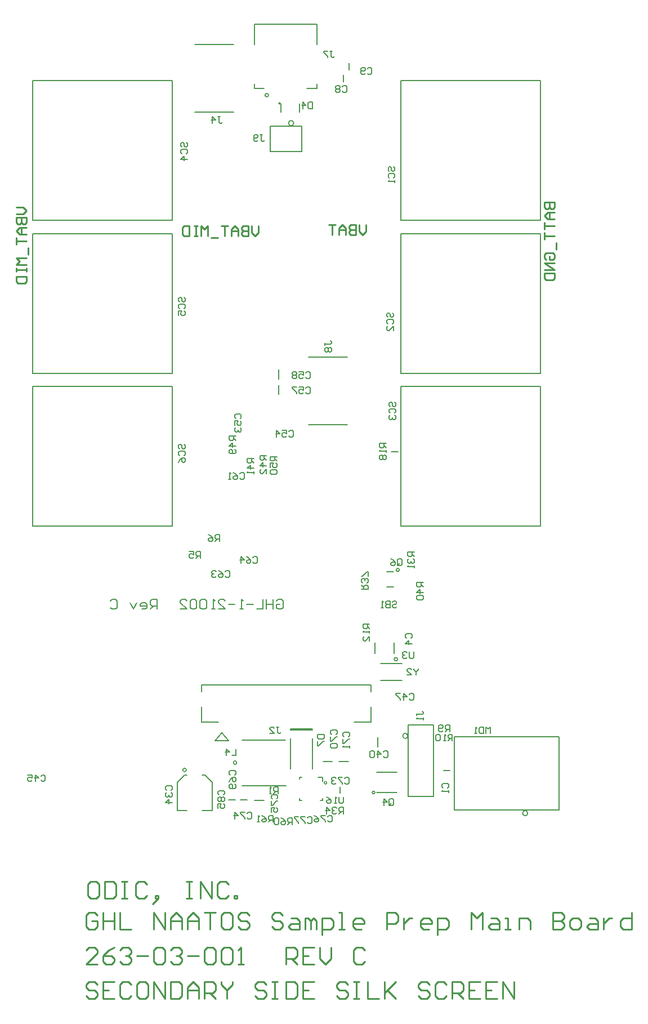
<source format=gbo>
G04*
G04 #@! TF.GenerationSoftware,Altium Limited,Altium Designer,24.9.1 (31)*
G04*
G04 Layer_Color=32896*
%FSLAX44Y44*%
%MOMM*%
G71*
G04*
G04 #@! TF.SameCoordinates,1259BD5C-C6F3-40BD-8840-5C3A0C5864AA*
G04*
G04*
G04 #@! TF.FilePolarity,Positive*
G04*
G01*
G75*
%ADD10C,0.2030*%
%ADD12C,0.2032*%
%ADD13C,0.1524*%
%ADD14C,0.2000*%
%ADD15C,0.1270*%
%ADD16C,0.1500*%
%ADD17C,0.2540*%
D10*
X427464Y38700D02*
X459464D01*
X427464Y12700D02*
X459464D01*
D12*
X667995Y704536D02*
Y914536D01*
X457995D02*
X667995D01*
X457995Y704536D02*
Y914536D01*
Y704536D02*
X667995D01*
X113995Y474536D02*
Y684536D01*
X-96005D02*
X113995D01*
X-96005Y474536D02*
Y684536D01*
Y474536D02*
X113995D01*
X147790Y968800D02*
X206210D01*
X147790Y867200D02*
X206210D01*
X325461Y-119665D02*
Y-73945D01*
X292440Y-59975D02*
X325461D01*
X292440Y-61245D02*
Y-59975D01*
Y-61245D02*
X325461D01*
X292440Y-119665D02*
Y-73945D01*
X318790Y498800D02*
X377210D01*
X318790Y397200D02*
X377210D01*
X-96005Y704536D02*
X113995D01*
X-96005D02*
Y914536D01*
X113995D01*
Y704536D02*
Y914536D01*
X457995Y244536D02*
X667995D01*
X457995D02*
Y454536D01*
X667995D01*
Y244536D02*
Y454536D01*
X-96005Y244536D02*
X113995D01*
X-96005D02*
Y454536D01*
X113995D01*
Y244536D02*
Y454536D01*
X457995Y474536D02*
X667995D01*
X457995D02*
Y684536D01*
X667995D01*
Y474536D02*
Y684536D01*
D13*
X455970Y178970D02*
G03*
X455970Y178970I-2540J0D01*
G01*
X135300Y-121710D02*
G03*
X135300Y-121710I-2540J0D01*
G01*
X276755Y880036D02*
G03*
X276755Y880036I-1270J0D01*
G01*
X468460Y-70500D02*
G03*
X468460Y-70500I-3810J0D01*
G01*
X211311Y-110805D02*
G03*
X211311Y-110805I-2540J0D01*
G01*
X648750Y-186690D02*
G03*
X648750Y-186690I-3810J0D01*
G01*
X296810Y850550D02*
G03*
X296810Y850550I-3810J0D01*
G01*
X419005Y-155536D02*
G03*
X419005Y-155536I-2000J0D01*
G01*
X437154Y176303D02*
X446846D01*
X437154Y153697D02*
X446846D01*
X132500Y-129500D02*
X136500D01*
X121500Y-140500D02*
X132500Y-129500D01*
X121500Y-182500D02*
Y-140500D01*
Y-182500D02*
X136500D01*
X159500Y-129500D02*
X163500D01*
X174500Y-140500D01*
Y-182500D02*
Y-140500D01*
X159500Y-182500D02*
X174500D01*
X469430Y-54279D02*
X507022D01*
X469430Y-161721D02*
Y-54279D01*
Y-161721D02*
X507022D01*
Y-54279D01*
X413245Y-49484D02*
Y-26669D01*
X158246Y-4268D02*
Y6516D01*
Y-49484D02*
X183545D01*
X387946D02*
X413245D01*
Y-4268D02*
Y6516D01*
X158246D02*
X413245D01*
X158246Y-49484D02*
Y-26669D01*
X178566Y-77964D02*
X188726Y-66026D01*
X198886Y-77964D01*
X178566D02*
X198886D01*
X219438Y-145095D02*
X284970D01*
X218930Y-76515D02*
X284463D01*
X538133Y-181864D02*
X695867D01*
Y-72136D01*
X538133D02*
X695867D01*
X538133Y-181864D02*
Y-72136D01*
X447688Y53879D02*
Y69612D01*
X419240Y53879D02*
Y69612D01*
X309221Y808178D02*
Y845770D01*
X261500D02*
X309221D01*
X261500Y808178D02*
Y845770D01*
Y808178D02*
X309221D01*
X422005Y-155536D02*
X452005D01*
X422005Y-125536D02*
X452005D01*
D14*
X258855Y892656D02*
G03*
X258855Y892656I-2540J0D01*
G01*
X271003Y132496D02*
X273502Y134995D01*
X278501D01*
X281000Y132496D01*
Y122499D01*
X278501Y120000D01*
X273502D01*
X271003Y122499D01*
Y127498D01*
X276002D01*
X266005Y134995D02*
Y120000D01*
Y127498D01*
X256008D01*
Y134995D01*
Y120000D01*
X251010Y134995D02*
Y120000D01*
X241013D01*
X236015Y127498D02*
X226018D01*
X221019Y120000D02*
X216021D01*
X218520D01*
Y134995D01*
X221019Y132496D01*
X208524Y127498D02*
X198527D01*
X183532Y120000D02*
X193528D01*
X183532Y129997D01*
Y132496D01*
X186031Y134995D01*
X191029D01*
X193528Y132496D01*
X178533Y120000D02*
X173535D01*
X176034D01*
Y134995D01*
X178533Y132496D01*
X166037D02*
X163538Y134995D01*
X158540D01*
X156040Y132496D01*
Y122499D01*
X158540Y120000D01*
X163538D01*
X166037Y122499D01*
Y132496D01*
X151042D02*
X148543Y134995D01*
X143545D01*
X141045Y132496D01*
Y122499D01*
X143545Y120000D01*
X148543D01*
X151042Y122499D01*
Y132496D01*
X126050Y120000D02*
X136047D01*
X126050Y129997D01*
Y132496D01*
X128549Y134995D01*
X133548D01*
X136047Y132496D01*
X91061Y120000D02*
Y134995D01*
X83564D01*
X81065Y132496D01*
Y127498D01*
X83564Y124998D01*
X91061D01*
X86063D02*
X81065Y120000D01*
X68569D02*
X73567D01*
X76066Y122499D01*
Y127498D01*
X73567Y129997D01*
X68569D01*
X66070Y127498D01*
Y124998D01*
X76066D01*
X61071Y129997D02*
X56073Y120000D01*
X51074Y129997D01*
X21084Y132496D02*
X23583Y134995D01*
X28582D01*
X31081Y132496D01*
Y122499D01*
X28582Y120000D01*
X23583D01*
X21084Y122499D01*
D15*
X444000Y357000D02*
X454000D01*
X522000Y-123000D02*
X532000D01*
X423000Y-87000D02*
Y-73000D01*
X274225Y442950D02*
Y456950D01*
Y465950D02*
Y479950D01*
X216950Y-166805D02*
X226950D01*
X340951Y-108805D02*
X354950D01*
X364950D02*
X378951D01*
X366950Y-156805D02*
Y-146805D01*
X237950Y-167805D02*
X251950D01*
X237745Y902436D02*
Y909736D01*
Y998936D02*
X331645D01*
Y969136D02*
Y998936D01*
X237745Y902436D02*
X252495D01*
X237745Y969136D02*
Y998936D01*
X316895Y902436D02*
X331645D01*
Y909736D01*
X379995Y930536D02*
Y940536D01*
X371308Y913223D02*
Y923223D01*
X199000Y-167000D02*
X209000D01*
D16*
X453004Y44700D02*
G03*
X453004Y44700I-2540J0D01*
G01*
X346539Y-140915D02*
G03*
X346539Y-140915I-1998J0D01*
G01*
X305965Y867336D02*
Y880036D01*
X278025Y867336D02*
Y880036D01*
X340201Y-138805D02*
Y-132555D01*
X333951D02*
X340201D01*
X305700D02*
X308701D01*
X305700Y-135555D02*
Y-132555D01*
Y-167055D02*
Y-164055D01*
Y-167055D02*
X308701D01*
X340201D02*
Y-164055D01*
X337201Y-167055D02*
X340201D01*
X444998Y130332D02*
X446665Y131998D01*
X449997D01*
X451663Y130332D01*
Y128666D01*
X449997Y127000D01*
X446665D01*
X444998Y125334D01*
Y123668D01*
X446665Y122002D01*
X449997D01*
X451663Y123668D01*
X441666Y131998D02*
Y122002D01*
X436668D01*
X435002Y123668D01*
Y125334D01*
X436668Y127000D01*
X441666D01*
X436668D01*
X435002Y128666D01*
Y130332D01*
X436668Y131998D01*
X441666D01*
X431669Y122002D02*
X428337D01*
X430003D01*
Y131998D01*
X431669Y130332D01*
X452666Y187668D02*
Y194332D01*
X454332Y195998D01*
X457664D01*
X459331Y194332D01*
Y187668D01*
X457664Y186002D01*
X454332D01*
X455998Y189334D02*
X452666Y186002D01*
X454332D02*
X452666Y187668D01*
X442669Y195998D02*
X446002Y194332D01*
X449334Y191000D01*
Y187668D01*
X447668Y186002D01*
X444336D01*
X442669Y187668D01*
Y189334D01*
X444336Y191000D01*
X449334D01*
X184668Y-159335D02*
X183002Y-157669D01*
Y-154337D01*
X184668Y-152671D01*
X191332D01*
X192998Y-154337D01*
Y-157669D01*
X191332Y-159335D01*
X184668Y-162668D02*
X183002Y-164334D01*
Y-167666D01*
X184668Y-169332D01*
X186334D01*
X188000Y-167666D01*
X189666Y-169332D01*
X191332D01*
X192998Y-167666D01*
Y-164334D01*
X191332Y-162668D01*
X189666D01*
X188000Y-164334D01*
X186334Y-162668D01*
X184668D01*
X188000Y-164334D02*
Y-167666D01*
X183002Y-179329D02*
Y-172665D01*
X188000D01*
X186334Y-175997D01*
Y-177663D01*
X188000Y-179329D01*
X191332D01*
X192998Y-177663D01*
Y-174331D01*
X191332Y-172665D01*
X125668Y360664D02*
X124002Y362331D01*
Y365663D01*
X125668Y367329D01*
X127334D01*
X129000Y365663D01*
Y362331D01*
X130666Y360664D01*
X132332D01*
X133998Y362331D01*
Y365663D01*
X132332Y367329D01*
X125668Y350668D02*
X124002Y352334D01*
Y355666D01*
X125668Y357332D01*
X132332D01*
X133998Y355666D01*
Y352334D01*
X132332Y350668D01*
X124002Y340671D02*
X125668Y344003D01*
X129000Y347336D01*
X132332D01*
X133998Y345669D01*
Y342337D01*
X132332Y340671D01*
X130666D01*
X129000Y342337D01*
Y347336D01*
X125668Y581665D02*
X124002Y583331D01*
Y586663D01*
X125668Y588329D01*
X127334D01*
X129000Y586663D01*
Y583331D01*
X130666Y581665D01*
X132332D01*
X133998Y583331D01*
Y586663D01*
X132332Y588329D01*
X125668Y571668D02*
X124002Y573334D01*
Y576666D01*
X125668Y578332D01*
X132332D01*
X133998Y576666D01*
Y573334D01*
X132332Y571668D01*
X124002Y561671D02*
Y568335D01*
X129000D01*
X127334Y565003D01*
Y563337D01*
X129000Y561671D01*
X132332D01*
X133998Y563337D01*
Y566669D01*
X132332Y568335D01*
X128668Y814665D02*
X127002Y816331D01*
Y819663D01*
X128668Y821329D01*
X130334D01*
X132000Y819663D01*
Y816331D01*
X133666Y814665D01*
X135332D01*
X136998Y816331D01*
Y819663D01*
X135332Y821329D01*
X128668Y804668D02*
X127002Y806334D01*
Y809666D01*
X128668Y811332D01*
X135332D01*
X136998Y809666D01*
Y806334D01*
X135332Y804668D01*
X136998Y796337D02*
X127002D01*
X132000Y801336D01*
Y794671D01*
X441668Y424664D02*
X440002Y426331D01*
Y429663D01*
X441668Y431329D01*
X443334D01*
X445000Y429663D01*
Y426331D01*
X446666Y424664D01*
X448332D01*
X449998Y426331D01*
Y429663D01*
X448332Y431329D01*
X441668Y414668D02*
X440002Y416334D01*
Y419666D01*
X441668Y421332D01*
X448332D01*
X449998Y419666D01*
Y416334D01*
X448332Y414668D01*
X441668Y411335D02*
X440002Y409669D01*
Y406337D01*
X441668Y404671D01*
X443334D01*
X445000Y406337D01*
Y408003D01*
Y406337D01*
X446666Y404671D01*
X448332D01*
X449998Y406337D01*
Y409669D01*
X448332Y411335D01*
X438668Y558665D02*
X437002Y560331D01*
Y563663D01*
X438668Y565329D01*
X440334D01*
X442000Y563663D01*
Y560331D01*
X443666Y558665D01*
X445332D01*
X446998Y560331D01*
Y563663D01*
X445332Y565329D01*
X438668Y548668D02*
X437002Y550334D01*
Y553666D01*
X438668Y555332D01*
X445332D01*
X446998Y553666D01*
Y550334D01*
X445332Y548668D01*
X446998Y538671D02*
Y545336D01*
X440334Y538671D01*
X438668D01*
X437002Y540337D01*
Y543669D01*
X438668Y545336D01*
X440668Y777998D02*
X439002Y779665D01*
Y782997D01*
X440668Y784663D01*
X442334D01*
X444000Y782997D01*
Y779665D01*
X445666Y777998D01*
X447332D01*
X448998Y779665D01*
Y782997D01*
X447332Y784663D01*
X440668Y768002D02*
X439002Y769668D01*
Y773000D01*
X440668Y774666D01*
X447332D01*
X448998Y773000D01*
Y769668D01*
X447332Y768002D01*
X448998Y764669D02*
Y761337D01*
Y763003D01*
X439002D01*
X440668Y764669D01*
X435998Y369496D02*
X426002D01*
Y364498D01*
X427668Y362831D01*
X431000D01*
X432666Y364498D01*
Y369496D01*
Y366164D02*
X435998Y362831D01*
Y359499D02*
Y356167D01*
Y357833D01*
X426002D01*
X427668Y359499D01*
Y351169D02*
X426002Y349502D01*
Y346170D01*
X427668Y344504D01*
X429334D01*
X431000Y346170D01*
X432666Y344504D01*
X434332D01*
X435998Y346170D01*
Y349502D01*
X434332Y351169D01*
X432666D01*
X431000Y349502D01*
X429334Y351169D01*
X427668D01*
X431000Y349502D02*
Y346170D01*
X105668Y-152336D02*
X104002Y-150669D01*
Y-147337D01*
X105668Y-145671D01*
X112332D01*
X113998Y-147337D01*
Y-150669D01*
X112332Y-152336D01*
X105668Y-155668D02*
X104002Y-157334D01*
Y-160666D01*
X105668Y-162332D01*
X107334D01*
X109000Y-160666D01*
Y-159000D01*
Y-160666D01*
X110666Y-162332D01*
X112332D01*
X113998Y-160666D01*
Y-157334D01*
X112332Y-155668D01*
X113998Y-170663D02*
X104002D01*
X109000Y-165665D01*
Y-172329D01*
X369666Y905332D02*
X371332Y906998D01*
X374664D01*
X376331Y905332D01*
Y898668D01*
X374664Y897002D01*
X371332D01*
X369666Y898668D01*
X366334Y905332D02*
X364668Y906998D01*
X361335D01*
X359669Y905332D01*
Y903666D01*
X361335Y902000D01*
X359669Y900334D01*
Y898668D01*
X361335Y897002D01*
X364668D01*
X366334Y898668D01*
Y900334D01*
X364668Y902000D01*
X366334Y903666D01*
Y905332D01*
X364668Y902000D02*
X361335D01*
X407666Y932332D02*
X409332Y933998D01*
X412664D01*
X414331Y932332D01*
Y925668D01*
X412664Y924002D01*
X409332D01*
X407666Y925668D01*
X404334D02*
X402668Y924002D01*
X399336D01*
X397669Y925668D01*
Y932332D01*
X399336Y933998D01*
X402668D01*
X404334Y932332D01*
Y930666D01*
X402668Y929000D01*
X397669D01*
X246666Y832998D02*
X249998D01*
X248332D01*
Y824668D01*
X249998Y823002D01*
X251665D01*
X253331Y824668D01*
X243334D02*
X241668Y823002D01*
X238335D01*
X236669Y824668D01*
Y831332D01*
X238335Y832998D01*
X241668D01*
X243334Y831332D01*
Y829666D01*
X241668Y828000D01*
X236669D01*
X440666Y-173332D02*
Y-166668D01*
X442332Y-165002D01*
X445664D01*
X447331Y-166668D01*
Y-173332D01*
X445664Y-174998D01*
X442332D01*
X443998Y-171666D02*
X440666Y-174998D01*
X442332D02*
X440666Y-173332D01*
X432336Y-174998D02*
Y-165002D01*
X437334Y-170000D01*
X430669D01*
X265663Y-199998D02*
Y-190002D01*
X260665D01*
X258998Y-191668D01*
Y-195000D01*
X260665Y-196666D01*
X265663D01*
X262331D02*
X258998Y-199998D01*
X249002Y-190002D02*
X252334Y-191668D01*
X255666Y-195000D01*
Y-198332D01*
X254000Y-199998D01*
X250668D01*
X249002Y-198332D01*
Y-196666D01*
X250668Y-195000D01*
X255666D01*
X245669Y-199998D02*
X242337D01*
X244003D01*
Y-190002D01*
X245669Y-191668D01*
X484331Y30998D02*
Y29332D01*
X480998Y26000D01*
X477666Y29332D01*
Y30998D01*
X480998Y26000D02*
Y21002D01*
X467669D02*
X474334D01*
X467669Y27666D01*
Y29332D01*
X469336Y30998D01*
X472668D01*
X474334Y29332D01*
X371496Y-162002D02*
Y-170332D01*
X369830Y-171998D01*
X366498D01*
X364832Y-170332D01*
Y-162002D01*
X361499Y-171998D02*
X358167D01*
X359833D01*
Y-162002D01*
X361499Y-163668D01*
X346504Y-162002D02*
X349836Y-163668D01*
X353168Y-167000D01*
Y-170332D01*
X351502Y-171998D01*
X348170D01*
X346504Y-170332D01*
Y-168666D01*
X348170Y-167000D01*
X353168D01*
X477331Y55998D02*
Y47668D01*
X475664Y46002D01*
X472332D01*
X470666Y47668D01*
Y55998D01*
X467334Y54332D02*
X465668Y55998D01*
X462336D01*
X460669Y54332D01*
Y52666D01*
X462336Y51000D01*
X464002D01*
X462336D01*
X460669Y49334D01*
Y47668D01*
X462336Y46002D01*
X465668D01*
X467334Y47668D01*
X294329Y-203998D02*
Y-194002D01*
X289331D01*
X287665Y-195668D01*
Y-199000D01*
X289331Y-200666D01*
X294329D01*
X290997D02*
X287665Y-203998D01*
X277668Y-194002D02*
X281000Y-195668D01*
X284332Y-199000D01*
Y-202332D01*
X282666Y-203998D01*
X279334D01*
X277668Y-202332D01*
Y-200666D01*
X279334Y-199000D01*
X284332D01*
X274335Y-195668D02*
X272669Y-194002D01*
X269337D01*
X267671Y-195668D01*
Y-202332D01*
X269337Y-203998D01*
X272669D01*
X274335Y-202332D01*
Y-195668D01*
X271998Y349329D02*
X262002D01*
Y344331D01*
X263668Y342664D01*
X267000D01*
X268666Y344331D01*
Y349329D01*
Y345997D02*
X271998Y342664D01*
X262002Y332668D02*
Y339332D01*
X267000D01*
X265334Y336000D01*
Y334334D01*
X267000Y332668D01*
X270332D01*
X271998Y334334D01*
Y337666D01*
X270332Y339332D01*
X263668Y329335D02*
X262002Y327669D01*
Y324337D01*
X263668Y322671D01*
X270332D01*
X271998Y324337D01*
Y327669D01*
X270332Y329335D01*
X263668D01*
X209998Y380329D02*
X200002D01*
Y375331D01*
X201668Y373665D01*
X205000D01*
X206666Y375331D01*
Y380329D01*
Y376997D02*
X209998Y373665D01*
Y365334D02*
X200002D01*
X205000Y370332D01*
Y363668D01*
X208332Y360336D02*
X209998Y358669D01*
Y355337D01*
X208332Y353671D01*
X201668D01*
X200002Y355337D01*
Y358669D01*
X201668Y360336D01*
X203334D01*
X205000Y358669D01*
Y353671D01*
X255998Y350329D02*
X246002D01*
Y345331D01*
X247668Y343665D01*
X251000D01*
X252666Y345331D01*
Y350329D01*
Y346997D02*
X255998Y343665D01*
Y335334D02*
X246002D01*
X251000Y340332D01*
Y333668D01*
X255998Y323671D02*
Y330336D01*
X249334Y323671D01*
X247668D01*
X246002Y325337D01*
Y328669D01*
X247668Y330336D01*
X236998Y346663D02*
X227002D01*
Y341665D01*
X228668Y339998D01*
X232000D01*
X233666Y341665D01*
Y346663D01*
Y343331D02*
X236998Y339998D01*
Y331668D02*
X227002D01*
X232000Y336666D01*
Y330002D01*
X236998Y326669D02*
Y323337D01*
Y325003D01*
X227002D01*
X228668Y326669D01*
X491998Y160329D02*
X482002D01*
Y155331D01*
X483668Y153665D01*
X487000D01*
X488666Y155331D01*
Y160329D01*
Y156997D02*
X491998Y153665D01*
Y145334D02*
X482002D01*
X487000Y150332D01*
Y143668D01*
X483668Y140336D02*
X482002Y138669D01*
Y135337D01*
X483668Y133671D01*
X490332D01*
X491998Y135337D01*
Y138669D01*
X490332Y140336D01*
X483668D01*
X399002Y149671D02*
X408998D01*
Y154669D01*
X407332Y156335D01*
X404000D01*
X402334Y154669D01*
Y149671D01*
Y153003D02*
X399002Y156335D01*
X407332Y159668D02*
X408998Y161334D01*
Y164666D01*
X407332Y166332D01*
X405666D01*
X404000Y164666D01*
Y163000D01*
Y164666D01*
X402334Y166332D01*
X400668D01*
X399002Y164666D01*
Y161334D01*
X400668Y159668D01*
X408998Y169664D02*
Y176329D01*
X407332D01*
X400668Y169664D01*
X399002D01*
X371329Y-187998D02*
Y-178002D01*
X366331D01*
X364664Y-179668D01*
Y-183000D01*
X366331Y-184666D01*
X371329D01*
X367997D02*
X364664Y-187998D01*
X361332Y-179668D02*
X359666Y-178002D01*
X356334D01*
X354668Y-179668D01*
Y-181334D01*
X356334Y-183000D01*
X358000D01*
X356334D01*
X354668Y-184666D01*
Y-186332D01*
X356334Y-187998D01*
X359666D01*
X361332Y-186332D01*
X346337Y-187998D02*
Y-178002D01*
X351335Y-183000D01*
X344671D01*
X477998Y205663D02*
X468002D01*
Y200665D01*
X469668Y198998D01*
X473000D01*
X474666Y200665D01*
Y205663D01*
Y202331D02*
X477998Y198998D01*
X469668Y195666D02*
X468002Y194000D01*
Y190668D01*
X469668Y189002D01*
X471334D01*
X473000Y190668D01*
Y192334D01*
Y190668D01*
X474666Y189002D01*
X476332D01*
X477998Y190668D01*
Y194000D01*
X476332Y195666D01*
X477998Y185669D02*
Y182337D01*
Y184003D01*
X468002D01*
X469668Y185669D01*
X410998Y97496D02*
X401002D01*
Y92498D01*
X402668Y90831D01*
X406000D01*
X407666Y92498D01*
Y97496D01*
Y94164D02*
X410998Y90831D01*
Y87499D02*
Y84167D01*
Y85833D01*
X401002D01*
X402668Y87499D01*
X410998Y72504D02*
Y79169D01*
X404334Y72504D01*
X402668D01*
X401002Y74170D01*
Y77502D01*
X402668Y79169D01*
X535496Y-77998D02*
Y-68002D01*
X530498D01*
X528831Y-69668D01*
Y-73000D01*
X530498Y-74666D01*
X535496D01*
X532164D02*
X528831Y-77998D01*
X525499D02*
X522167D01*
X523833D01*
Y-68002D01*
X525499Y-69668D01*
X517169D02*
X515502Y-68002D01*
X512170D01*
X510504Y-69668D01*
Y-76332D01*
X512170Y-77998D01*
X515502D01*
X517169Y-76332D01*
Y-69668D01*
X531331Y-63998D02*
Y-54002D01*
X526332D01*
X524666Y-55668D01*
Y-59000D01*
X526332Y-60666D01*
X531331D01*
X527998D02*
X524666Y-63998D01*
X521334Y-62332D02*
X519668Y-63998D01*
X516335D01*
X514669Y-62332D01*
Y-55668D01*
X516335Y-54002D01*
X519668D01*
X521334Y-55668D01*
Y-57334D01*
X519668Y-59000D01*
X514669D01*
X185331Y222002D02*
Y231998D01*
X180332D01*
X178666Y230332D01*
Y227000D01*
X180332Y225334D01*
X185331D01*
X181998D02*
X178666Y222002D01*
X168669Y231998D02*
X172002Y230332D01*
X175334Y227000D01*
Y223668D01*
X173668Y222002D01*
X170336D01*
X168669Y223668D01*
Y225334D01*
X170336Y227000D01*
X175334D01*
X156331Y197002D02*
Y206998D01*
X151332D01*
X149666Y205332D01*
Y202000D01*
X151332Y200334D01*
X156331D01*
X152998D02*
X149666Y197002D01*
X139669Y206998D02*
X146334D01*
Y202000D01*
X143002Y203666D01*
X141335D01*
X139669Y202000D01*
Y198668D01*
X141335Y197002D01*
X144668D01*
X146334Y198668D01*
X273664Y-156998D02*
Y-147002D01*
X268666D01*
X267000Y-148668D01*
Y-152000D01*
X268666Y-153666D01*
X273664D01*
X270332D02*
X267000Y-156998D01*
X263668D02*
X260336D01*
X262002D01*
Y-147002D01*
X263668Y-148668D01*
X592663Y-66998D02*
Y-57002D01*
X589331Y-60334D01*
X585998Y-57002D01*
Y-66998D01*
X582666Y-57002D02*
Y-66998D01*
X577668D01*
X576002Y-65332D01*
Y-58668D01*
X577668Y-57002D01*
X582666D01*
X572669Y-66998D02*
X569337D01*
X571003D01*
Y-57002D01*
X572669Y-58668D01*
X210331Y-90002D02*
Y-99998D01*
X203666D01*
X195336D02*
Y-90002D01*
X200334Y-95000D01*
X193669D01*
X344002Y516666D02*
Y519998D01*
Y518332D01*
X352332D01*
X353998Y519998D01*
Y521665D01*
X352332Y523331D01*
X345668Y513334D02*
X344002Y511668D01*
Y508335D01*
X345668Y506669D01*
X347334D01*
X349000Y508335D01*
X350666Y506669D01*
X352332D01*
X353998Y508335D01*
Y511668D01*
X352332Y513334D01*
X350666D01*
X349000Y511668D01*
X347334Y513334D01*
X345668D01*
X349000Y511668D02*
Y508335D01*
X351666Y958998D02*
X354998D01*
X353332D01*
Y950668D01*
X354998Y949002D01*
X356665D01*
X358331Y950668D01*
X348334Y958998D02*
X341669D01*
Y957332D01*
X348334Y950668D01*
Y949002D01*
X182666Y859998D02*
X185998D01*
X184332D01*
Y851668D01*
X185998Y850002D01*
X187665D01*
X189331Y851668D01*
X174335Y850002D02*
Y859998D01*
X179334Y855000D01*
X172669D01*
X270666Y-57002D02*
X273998D01*
X272332D01*
Y-65332D01*
X273998Y-66998D01*
X275665D01*
X277331Y-65332D01*
X260669Y-66998D02*
X267334D01*
X260669Y-60334D01*
Y-58668D01*
X262335Y-57002D01*
X265668D01*
X267334Y-58668D01*
X482002Y-40000D02*
Y-36668D01*
Y-38334D01*
X490332D01*
X491998Y-36668D01*
Y-35002D01*
X490332Y-33335D01*
X491998Y-43332D02*
Y-46665D01*
Y-44998D01*
X482002D01*
X483668Y-43332D01*
X333002Y-68669D02*
X342998D01*
Y-73668D01*
X341332Y-75334D01*
X334668D01*
X333002Y-73668D01*
Y-68669D01*
Y-78666D02*
Y-85331D01*
X334668D01*
X341332Y-78666D01*
X342998D01*
X325331Y881998D02*
Y872002D01*
X320332D01*
X318666Y873668D01*
Y880332D01*
X320332Y881998D01*
X325331D01*
X310336Y872002D02*
Y881998D01*
X315334Y877000D01*
X308669D01*
X317665Y-193668D02*
X319331Y-192002D01*
X322663D01*
X324329Y-193668D01*
Y-200332D01*
X322663Y-201998D01*
X319331D01*
X317665Y-200332D01*
X314332Y-192002D02*
X307668D01*
Y-193668D01*
X314332Y-200332D01*
Y-201998D01*
X304335Y-192002D02*
X297671D01*
Y-193668D01*
X304335Y-200332D01*
Y-201998D01*
X347664Y-191668D02*
X349331Y-190002D01*
X352663D01*
X354329Y-191668D01*
Y-198332D01*
X352663Y-199998D01*
X349331D01*
X347664Y-198332D01*
X344332Y-190002D02*
X337668D01*
Y-191668D01*
X344332Y-198332D01*
Y-199998D01*
X327671Y-190002D02*
X331003Y-191668D01*
X334336Y-195000D01*
Y-198332D01*
X332669Y-199998D01*
X329337D01*
X327671Y-198332D01*
Y-196666D01*
X329337Y-195000D01*
X334336D01*
X264668Y-165336D02*
X263002Y-163669D01*
Y-160337D01*
X264668Y-158671D01*
X271332D01*
X272998Y-160337D01*
Y-163669D01*
X271332Y-165336D01*
X263002Y-168668D02*
Y-175332D01*
X264668D01*
X271332Y-168668D01*
X272998D01*
X263002Y-185329D02*
Y-178665D01*
X268000D01*
X266334Y-181997D01*
Y-183663D01*
X268000Y-185329D01*
X271332D01*
X272998Y-183663D01*
Y-180331D01*
X271332Y-178665D01*
X226665Y-186668D02*
X228331Y-185002D01*
X231663D01*
X233329Y-186668D01*
Y-193332D01*
X231663Y-194998D01*
X228331D01*
X226665Y-193332D01*
X223332Y-185002D02*
X216668D01*
Y-186668D01*
X223332Y-193332D01*
Y-194998D01*
X208337D02*
Y-185002D01*
X213335Y-190000D01*
X206671D01*
X373665Y-134668D02*
X375331Y-133002D01*
X378663D01*
X380329Y-134668D01*
Y-141332D01*
X378663Y-142998D01*
X375331D01*
X373665Y-141332D01*
X370332Y-133002D02*
X363668D01*
Y-134668D01*
X370332Y-141332D01*
Y-142998D01*
X360336Y-134668D02*
X358669Y-133002D01*
X355337D01*
X353671Y-134668D01*
Y-136334D01*
X355337Y-138000D01*
X357003D01*
X355337D01*
X353671Y-139666D01*
Y-141332D01*
X355337Y-142998D01*
X358669D01*
X360336Y-141332D01*
X372668Y-72002D02*
X371002Y-70335D01*
Y-67003D01*
X372668Y-65337D01*
X379332D01*
X380998Y-67003D01*
Y-70335D01*
X379332Y-72002D01*
X371002Y-75334D02*
Y-81998D01*
X372668D01*
X379332Y-75334D01*
X380998D01*
Y-85331D02*
Y-88663D01*
Y-86997D01*
X371002D01*
X372668Y-85331D01*
X353668Y-68335D02*
X352002Y-66669D01*
Y-63337D01*
X353668Y-61671D01*
X360332D01*
X361998Y-63337D01*
Y-66669D01*
X360332Y-68335D01*
X352002Y-71668D02*
Y-78332D01*
X353668D01*
X360332Y-71668D01*
X361998D01*
X353668Y-81664D02*
X352002Y-83331D01*
Y-86663D01*
X353668Y-88329D01*
X360332D01*
X361998Y-86663D01*
Y-83331D01*
X360332Y-81664D01*
X353668D01*
X201668Y-129335D02*
X200002Y-127669D01*
Y-124337D01*
X201668Y-122671D01*
X208332D01*
X209998Y-124337D01*
Y-127669D01*
X208332Y-129335D01*
X200002Y-139332D02*
X201668Y-136000D01*
X205000Y-132668D01*
X208332D01*
X209998Y-134334D01*
Y-137666D01*
X208332Y-139332D01*
X206666D01*
X205000Y-137666D01*
Y-132668D01*
X208332Y-142664D02*
X209998Y-144331D01*
Y-147663D01*
X208332Y-149329D01*
X201668D01*
X200002Y-147663D01*
Y-144331D01*
X201668Y-142664D01*
X203334D01*
X205000Y-144331D01*
Y-149329D01*
X235665Y197332D02*
X237331Y198998D01*
X240663D01*
X242329Y197332D01*
Y190668D01*
X240663Y189002D01*
X237331D01*
X235665Y190668D01*
X225668Y198998D02*
X229000Y197332D01*
X232332Y194000D01*
Y190668D01*
X230666Y189002D01*
X227334D01*
X225668Y190668D01*
Y192334D01*
X227334Y194000D01*
X232332D01*
X217337Y189002D02*
Y198998D01*
X222335Y194000D01*
X215671D01*
X193664Y176332D02*
X195331Y177998D01*
X198663D01*
X200329Y176332D01*
Y169668D01*
X198663Y168002D01*
X195331D01*
X193664Y169668D01*
X183668Y177998D02*
X187000Y176332D01*
X190332Y173000D01*
Y169668D01*
X188666Y168002D01*
X185334D01*
X183668Y169668D01*
Y171334D01*
X185334Y173000D01*
X190332D01*
X180336Y176332D02*
X178669Y177998D01*
X175337D01*
X173671Y176332D01*
Y174666D01*
X175337Y173000D01*
X177003D01*
X175337D01*
X173671Y171334D01*
Y169668D01*
X175337Y168002D01*
X178669D01*
X180336Y169668D01*
X215773Y323382D02*
X217439Y325048D01*
X220772D01*
X222438Y323382D01*
Y316718D01*
X220772Y315052D01*
X217439D01*
X215773Y316718D01*
X205777Y325048D02*
X209109Y323382D01*
X212441Y320050D01*
Y316718D01*
X210775Y315052D01*
X207443D01*
X205777Y316718D01*
Y318384D01*
X207443Y320050D01*
X212441D01*
X202444Y315052D02*
X199112D01*
X200778D01*
Y325048D01*
X202444Y323382D01*
X314664Y475332D02*
X316331Y476998D01*
X319663D01*
X321329Y475332D01*
Y468668D01*
X319663Y467002D01*
X316331D01*
X314664Y468668D01*
X304668Y476998D02*
X311332D01*
Y472000D01*
X308000Y473666D01*
X306334D01*
X304668Y472000D01*
Y468668D01*
X306334Y467002D01*
X309666D01*
X311332Y468668D01*
X301336Y475332D02*
X299669Y476998D01*
X296337D01*
X294671Y475332D01*
Y473666D01*
X296337Y472000D01*
X294671Y470334D01*
Y468668D01*
X296337Y467002D01*
X299669D01*
X301336Y468668D01*
Y470334D01*
X299669Y472000D01*
X301336Y473666D01*
Y475332D01*
X299669Y472000D02*
X296337D01*
X314664Y452332D02*
X316331Y453998D01*
X319663D01*
X321329Y452332D01*
Y445668D01*
X319663Y444002D01*
X316331D01*
X314664Y445668D01*
X304668Y453998D02*
X311332D01*
Y449000D01*
X308000Y450666D01*
X306334D01*
X304668Y449000D01*
Y445668D01*
X306334Y444002D01*
X309666D01*
X311332Y445668D01*
X301336Y453998D02*
X294671D01*
Y452332D01*
X301336Y445668D01*
Y444002D01*
X289664Y387332D02*
X291331Y388998D01*
X294663D01*
X296329Y387332D01*
Y380668D01*
X294663Y379002D01*
X291331D01*
X289664Y380668D01*
X279668Y388998D02*
X286332D01*
Y384000D01*
X283000Y385666D01*
X281334D01*
X279668Y384000D01*
Y380668D01*
X281334Y379002D01*
X284666D01*
X286332Y380668D01*
X271337Y379002D02*
Y388998D01*
X276336Y384000D01*
X269671D01*
X209668Y406665D02*
X208002Y408331D01*
Y411663D01*
X209668Y413329D01*
X216332D01*
X217998Y411663D01*
Y408331D01*
X216332Y406665D01*
X208002Y396668D02*
Y403332D01*
X213000D01*
X211334Y400000D01*
Y398334D01*
X213000Y396668D01*
X216332D01*
X217998Y398334D01*
Y401666D01*
X216332Y403332D01*
X209668Y393335D02*
X208002Y391669D01*
Y388337D01*
X209668Y386671D01*
X211334D01*
X213000Y388337D01*
Y390003D01*
Y388337D01*
X214666Y386671D01*
X216332D01*
X217998Y388337D01*
Y391669D01*
X216332Y393335D01*
X470664Y-8668D02*
X472331Y-7002D01*
X475663D01*
X477329Y-8668D01*
Y-15332D01*
X475663Y-16998D01*
X472331D01*
X470664Y-15332D01*
X462334Y-16998D02*
Y-7002D01*
X467332Y-12000D01*
X460668D01*
X457336Y-7002D02*
X450671D01*
Y-8668D01*
X457336Y-15332D01*
Y-16998D01*
X-83335Y-130668D02*
X-81669Y-129002D01*
X-78337D01*
X-76671Y-130668D01*
Y-137332D01*
X-78337Y-138998D01*
X-81669D01*
X-83335Y-137332D01*
X-91666Y-138998D02*
Y-129002D01*
X-86668Y-134000D01*
X-93332D01*
X-103329Y-129002D02*
X-96664D01*
Y-134000D01*
X-99997Y-132334D01*
X-101663D01*
X-103329Y-134000D01*
Y-137332D01*
X-101663Y-138998D01*
X-98331D01*
X-96664Y-137332D01*
X431665Y-94668D02*
X433331Y-93002D01*
X436663D01*
X438329Y-94668D01*
Y-101332D01*
X436663Y-102998D01*
X433331D01*
X431665Y-101332D01*
X423334Y-102998D02*
Y-93002D01*
X428332Y-98000D01*
X421668D01*
X418335Y-94668D02*
X416669Y-93002D01*
X413337D01*
X411671Y-94668D01*
Y-101332D01*
X413337Y-102998D01*
X416669D01*
X418335Y-101332D01*
Y-94668D01*
X466668Y76666D02*
X465002Y78332D01*
Y81664D01*
X466668Y83331D01*
X473332D01*
X474998Y81664D01*
Y78332D01*
X473332Y76666D01*
X474998Y68335D02*
X465002D01*
X470000Y73334D01*
Y66669D01*
X521668Y-149000D02*
X520002Y-147334D01*
Y-144002D01*
X521668Y-142336D01*
X528332D01*
X529998Y-144002D01*
Y-147334D01*
X528332Y-149000D01*
X529998Y-152332D02*
Y-155665D01*
Y-153998D01*
X520002D01*
X521668Y-152332D01*
D17*
X-120314Y724460D02*
X-110158D01*
X-105079Y719382D01*
X-110158Y714303D01*
X-120314D01*
Y709225D02*
X-105079D01*
Y701607D01*
X-107618Y699068D01*
X-110158D01*
X-112697Y701607D01*
Y709225D01*
Y701607D01*
X-115236Y699068D01*
X-117775D01*
X-120314Y701607D01*
Y709225D01*
X-105079Y693990D02*
X-115236D01*
X-120314Y688912D01*
X-115236Y683833D01*
X-105079D01*
X-112697D01*
Y693990D01*
X-120314Y678755D02*
Y668598D01*
Y673676D01*
X-105079D01*
X-102540Y663520D02*
Y653363D01*
X-105079Y648285D02*
X-120314D01*
X-115236Y643206D01*
X-120314Y638128D01*
X-105079D01*
X-120314Y633050D02*
Y627971D01*
Y630510D01*
X-105079D01*
Y633050D01*
Y627971D01*
X-120314Y620354D02*
X-105079D01*
Y612736D01*
X-107618Y610197D01*
X-117775D01*
X-120314Y612736D01*
Y620354D01*
X243460Y696314D02*
Y686158D01*
X238382Y681079D01*
X233303Y686158D01*
Y696314D01*
X228225D02*
Y681079D01*
X220607D01*
X218068Y683618D01*
Y686158D01*
X220607Y688697D01*
X228225D01*
X220607D01*
X218068Y691236D01*
Y693775D01*
X220607Y696314D01*
X228225D01*
X212990Y681079D02*
Y691236D01*
X207911Y696314D01*
X202833Y691236D01*
Y681079D01*
Y688697D01*
X212990D01*
X197755Y696314D02*
X187598D01*
X192676D01*
Y681079D01*
X182520Y678540D02*
X172363D01*
X167285Y681079D02*
Y696314D01*
X162206Y691236D01*
X157128Y696314D01*
Y681079D01*
X152050Y696314D02*
X146971D01*
X149510D01*
Y681079D01*
X152050D01*
X146971D01*
X139354Y696314D02*
Y681079D01*
X131736D01*
X129197Y683618D01*
Y693775D01*
X131736Y696314D01*
X139354D01*
X405460Y697775D02*
Y687618D01*
X400382Y682540D01*
X395303Y687618D01*
Y697775D01*
X390225D02*
Y682540D01*
X382607D01*
X380068Y685079D01*
Y687618D01*
X382607Y690157D01*
X390225D01*
X382607D01*
X380068Y692697D01*
Y695236D01*
X382607Y697775D01*
X390225D01*
X374990Y682540D02*
Y692697D01*
X369911Y697775D01*
X364833Y692697D01*
Y682540D01*
Y690157D01*
X374990D01*
X359755Y697775D02*
X349598D01*
X354676D01*
Y682540D01*
X673686Y731460D02*
X688921D01*
Y723842D01*
X686382Y721303D01*
X683842D01*
X681303Y723842D01*
Y731460D01*
Y723842D01*
X678764Y721303D01*
X676225D01*
X673686Y723842D01*
Y731460D01*
X688921Y716225D02*
X678764D01*
X673686Y711147D01*
X678764Y706068D01*
X688921D01*
X681303D01*
Y716225D01*
X673686Y700990D02*
Y690833D01*
Y695911D01*
X688921D01*
X673686Y685755D02*
Y675598D01*
Y680676D01*
X688921D01*
X691460Y670520D02*
Y660363D01*
X676225Y645128D02*
X673686Y647667D01*
Y652745D01*
X676225Y655285D01*
X686382D01*
X688921Y652745D01*
Y647667D01*
X686382Y645128D01*
X681303D01*
Y650206D01*
X688921Y640050D02*
X673686D01*
X688921Y629893D01*
X673686D01*
Y624814D02*
X688921D01*
Y617197D01*
X686382Y614658D01*
X676225D01*
X673686Y617197D01*
Y624814D01*
X1747Y-444484D02*
X-2485Y-440253D01*
X-10948D01*
X-15180Y-444484D01*
Y-448717D01*
X-10948Y-452948D01*
X-2485D01*
X1747Y-457180D01*
Y-461412D01*
X-2485Y-465644D01*
X-10948D01*
X-15180Y-461412D01*
X27139Y-440253D02*
X10211D01*
Y-465644D01*
X27139D01*
X10211Y-452948D02*
X18675D01*
X52531Y-444484D02*
X48299Y-440253D01*
X39835D01*
X35603Y-444484D01*
Y-461412D01*
X39835Y-465644D01*
X48299D01*
X52531Y-461412D01*
X73691Y-440253D02*
X65227D01*
X60995Y-444484D01*
Y-461412D01*
X65227Y-465644D01*
X73691D01*
X77923Y-461412D01*
Y-444484D01*
X73691Y-440253D01*
X86387Y-465644D02*
Y-440253D01*
X103315Y-465644D01*
Y-440253D01*
X111778D02*
Y-465644D01*
X124474D01*
X128706Y-461412D01*
Y-444484D01*
X124474Y-440253D01*
X111778D01*
X137170Y-465644D02*
Y-448717D01*
X145634Y-440253D01*
X154098Y-448717D01*
Y-465644D01*
Y-452948D01*
X137170D01*
X162562Y-465644D02*
Y-440253D01*
X175258D01*
X179490Y-444484D01*
Y-452948D01*
X175258Y-457180D01*
X162562D01*
X171026D02*
X179490Y-465644D01*
X187954Y-440253D02*
Y-444484D01*
X196418Y-452948D01*
X204882Y-444484D01*
Y-440253D01*
X196418Y-452948D02*
Y-465644D01*
X255665Y-444484D02*
X251433Y-440253D01*
X242969D01*
X238738Y-444484D01*
Y-448717D01*
X242969Y-452948D01*
X251433D01*
X255665Y-457180D01*
Y-461412D01*
X251433Y-465644D01*
X242969D01*
X238738Y-461412D01*
X264129Y-440253D02*
X272593D01*
X268361D01*
Y-465644D01*
X264129D01*
X272593D01*
X285289Y-440253D02*
Y-465644D01*
X297985D01*
X302217Y-461412D01*
Y-444484D01*
X297985Y-440253D01*
X285289D01*
X327609D02*
X310681D01*
Y-465644D01*
X327609D01*
X310681Y-452948D02*
X319145D01*
X378392Y-444484D02*
X374160Y-440253D01*
X365696D01*
X361465Y-444484D01*
Y-448717D01*
X365696Y-452948D01*
X374160D01*
X378392Y-457180D01*
Y-461412D01*
X374160Y-465644D01*
X365696D01*
X361465Y-461412D01*
X386856Y-440253D02*
X395320D01*
X391088D01*
Y-465644D01*
X386856D01*
X395320D01*
X408016Y-440253D02*
Y-465644D01*
X424944D01*
X433408Y-440253D02*
Y-465644D01*
Y-457180D01*
X450336Y-440253D01*
X437640Y-452948D01*
X450336Y-465644D01*
X501119Y-444484D02*
X496887Y-440253D01*
X488424D01*
X484192Y-444484D01*
Y-448717D01*
X488424Y-452948D01*
X496887D01*
X501119Y-457180D01*
Y-461412D01*
X496887Y-465644D01*
X488424D01*
X484192Y-461412D01*
X526511Y-444484D02*
X522279Y-440253D01*
X513815D01*
X509583Y-444484D01*
Y-461412D01*
X513815Y-465644D01*
X522279D01*
X526511Y-461412D01*
X534975Y-465644D02*
Y-440253D01*
X547671D01*
X551903Y-444484D01*
Y-452948D01*
X547671Y-457180D01*
X534975D01*
X543439D02*
X551903Y-465644D01*
X577295Y-440253D02*
X560367D01*
Y-465644D01*
X577295D01*
X560367Y-452948D02*
X568831D01*
X602687Y-440253D02*
X585759D01*
Y-465644D01*
X602687D01*
X585759Y-452948D02*
X594223D01*
X611151Y-465644D02*
Y-440253D01*
X628078Y-465644D01*
Y-440253D01*
X-145Y-288975D02*
X-8608D01*
X-12840Y-293207D01*
Y-310134D01*
X-8608Y-314366D01*
X-145D01*
X4087Y-310134D01*
Y-293207D01*
X-145Y-288975D01*
X12551D02*
Y-314366D01*
X25247D01*
X29479Y-310134D01*
Y-293207D01*
X25247Y-288975D01*
X12551D01*
X37943D02*
X46407D01*
X42175D01*
Y-314366D01*
X37943D01*
X46407D01*
X76031Y-293207D02*
X71799Y-288975D01*
X63335D01*
X59103Y-293207D01*
Y-310134D01*
X63335Y-314366D01*
X71799D01*
X76031Y-310134D01*
X88727Y-318598D02*
X92959Y-314366D01*
Y-310134D01*
X88727D01*
Y-314366D01*
X92959D01*
X88727Y-318598D01*
X84495Y-322830D01*
X135278Y-288975D02*
X143742D01*
X139510D01*
Y-314366D01*
X135278D01*
X143742D01*
X156438D02*
Y-288975D01*
X173366Y-314366D01*
Y-288975D01*
X198758Y-293207D02*
X194526Y-288975D01*
X186062D01*
X181830Y-293207D01*
Y-310134D01*
X186062Y-314366D01*
X194526D01*
X198758Y-310134D01*
X207222Y-314366D02*
Y-310134D01*
X211454D01*
Y-314366D01*
X207222D01*
X1341Y-340332D02*
X-2891Y-336100D01*
X-11355D01*
X-15587Y-340332D01*
Y-357260D01*
X-11355Y-361492D01*
X-2891D01*
X1341Y-357260D01*
Y-348796D01*
X-7123D01*
X9805Y-336100D02*
Y-361492D01*
Y-348796D01*
X26733D01*
Y-336100D01*
Y-361492D01*
X35197Y-336100D02*
Y-361492D01*
X52125D01*
X85980D02*
Y-336100D01*
X102908Y-361492D01*
Y-336100D01*
X111372Y-361492D02*
Y-344564D01*
X119836Y-336100D01*
X128300Y-344564D01*
Y-361492D01*
Y-348796D01*
X111372D01*
X136764Y-361492D02*
Y-344564D01*
X145228Y-336100D01*
X153692Y-344564D01*
Y-361492D01*
Y-348796D01*
X136764D01*
X162156Y-336100D02*
X179083D01*
X170620D01*
Y-361492D01*
X200243Y-336100D02*
X191779D01*
X187547Y-340332D01*
Y-357260D01*
X191779Y-361492D01*
X200243D01*
X204475Y-357260D01*
Y-340332D01*
X200243Y-336100D01*
X229867Y-340332D02*
X225635Y-336100D01*
X217171D01*
X212939Y-340332D01*
Y-344564D01*
X217171Y-348796D01*
X225635D01*
X229867Y-353028D01*
Y-357260D01*
X225635Y-361492D01*
X217171D01*
X212939Y-357260D01*
X280651Y-340332D02*
X276419Y-336100D01*
X267955D01*
X263723Y-340332D01*
Y-344564D01*
X267955Y-348796D01*
X276419D01*
X280651Y-353028D01*
Y-357260D01*
X276419Y-361492D01*
X267955D01*
X263723Y-357260D01*
X293347Y-344564D02*
X301810D01*
X306042Y-348796D01*
Y-361492D01*
X293347D01*
X289115Y-357260D01*
X293347Y-353028D01*
X306042D01*
X314506Y-361492D02*
Y-344564D01*
X318738D01*
X322970Y-348796D01*
Y-361492D01*
Y-348796D01*
X327202Y-344564D01*
X331434Y-348796D01*
Y-361492D01*
X339898Y-369956D02*
Y-344564D01*
X352594D01*
X356826Y-348796D01*
Y-357260D01*
X352594Y-361492D01*
X339898D01*
X365290D02*
X373754D01*
X369522D01*
Y-336100D01*
X365290D01*
X399146Y-361492D02*
X390682D01*
X386450Y-357260D01*
Y-348796D01*
X390682Y-344564D01*
X399146D01*
X403378Y-348796D01*
Y-353028D01*
X386450D01*
X437233Y-361492D02*
Y-336100D01*
X449929D01*
X454161Y-340332D01*
Y-348796D01*
X449929Y-353028D01*
X437233D01*
X462625Y-344564D02*
Y-361492D01*
Y-353028D01*
X466857Y-348796D01*
X471089Y-344564D01*
X475321D01*
X500713Y-361492D02*
X492249D01*
X488017Y-357260D01*
Y-348796D01*
X492249Y-344564D01*
X500713D01*
X504945Y-348796D01*
Y-353028D01*
X488017D01*
X513409Y-369956D02*
Y-344564D01*
X526105D01*
X530337Y-348796D01*
Y-357260D01*
X526105Y-361492D01*
X513409D01*
X564192D02*
Y-336100D01*
X572656Y-344564D01*
X581120Y-336100D01*
Y-361492D01*
X593816Y-344564D02*
X602280D01*
X606512Y-348796D01*
Y-361492D01*
X593816D01*
X589584Y-357260D01*
X593816Y-353028D01*
X606512D01*
X614976Y-361492D02*
X623440D01*
X619208D01*
Y-344564D01*
X614976D01*
X636136Y-361492D02*
Y-344564D01*
X648832D01*
X653064Y-348796D01*
Y-361492D01*
X686919Y-336100D02*
Y-361492D01*
X699615D01*
X703847Y-357260D01*
Y-353028D01*
X699615Y-348796D01*
X686919D01*
X699615D01*
X703847Y-344564D01*
Y-340332D01*
X699615Y-336100D01*
X686919D01*
X716543Y-361492D02*
X725007D01*
X729239Y-357260D01*
Y-348796D01*
X725007Y-344564D01*
X716543D01*
X712311Y-348796D01*
Y-357260D01*
X716543Y-361492D01*
X741935Y-344564D02*
X750399D01*
X754631Y-348796D01*
Y-361492D01*
X741935D01*
X737703Y-357260D01*
X741935Y-353028D01*
X754631D01*
X763095Y-344564D02*
Y-361492D01*
Y-353028D01*
X767327Y-348796D01*
X771559Y-344564D01*
X775791D01*
X805414Y-336100D02*
Y-361492D01*
X792719D01*
X788486Y-357260D01*
Y-348796D01*
X792719Y-344564D01*
X805414D01*
X1727Y-413574D02*
X-15201D01*
X1727Y-396646D01*
Y-392415D01*
X-2505Y-388183D01*
X-10969D01*
X-15201Y-392415D01*
X27119Y-388183D02*
X18655Y-392415D01*
X10191Y-400878D01*
Y-409342D01*
X14423Y-413574D01*
X22887D01*
X27119Y-409342D01*
Y-405110D01*
X22887Y-400878D01*
X10191D01*
X35583Y-392415D02*
X39815Y-388183D01*
X48279D01*
X52511Y-392415D01*
Y-396646D01*
X48279Y-400878D01*
X44047D01*
X48279D01*
X52511Y-405110D01*
Y-409342D01*
X48279Y-413574D01*
X39815D01*
X35583Y-409342D01*
X60975Y-400878D02*
X77903D01*
X86367Y-392415D02*
X90599Y-388183D01*
X99063D01*
X103295Y-392415D01*
Y-409342D01*
X99063Y-413574D01*
X90599D01*
X86367Y-409342D01*
Y-392415D01*
X111758D02*
X115990Y-388183D01*
X124454D01*
X128686Y-392415D01*
Y-396646D01*
X124454Y-400878D01*
X120222D01*
X124454D01*
X128686Y-405110D01*
Y-409342D01*
X124454Y-413574D01*
X115990D01*
X111758Y-409342D01*
X137150Y-400878D02*
X154078D01*
X162542Y-392415D02*
X166774Y-388183D01*
X175238D01*
X179470Y-392415D01*
Y-409342D01*
X175238Y-413574D01*
X166774D01*
X162542Y-409342D01*
Y-392415D01*
X187934D02*
X192166Y-388183D01*
X200630D01*
X204862Y-392415D01*
Y-409342D01*
X200630Y-413574D01*
X192166D01*
X187934Y-409342D01*
Y-392415D01*
X213326Y-413574D02*
X221790D01*
X217558D01*
Y-388183D01*
X213326Y-392415D01*
X285269Y-413574D02*
Y-388183D01*
X297965D01*
X302197Y-392415D01*
Y-400878D01*
X297965Y-405110D01*
X285269D01*
X293733D02*
X302197Y-413574D01*
X327589Y-388183D02*
X310661D01*
Y-413574D01*
X327589D01*
X310661Y-400878D02*
X319125D01*
X336053Y-388183D02*
Y-405110D01*
X344517Y-413574D01*
X352980Y-405110D01*
Y-388183D01*
X403764Y-392415D02*
X399532Y-388183D01*
X391068D01*
X386836Y-392415D01*
Y-409342D01*
X391068Y-413574D01*
X399532D01*
X403764Y-409342D01*
M02*

</source>
